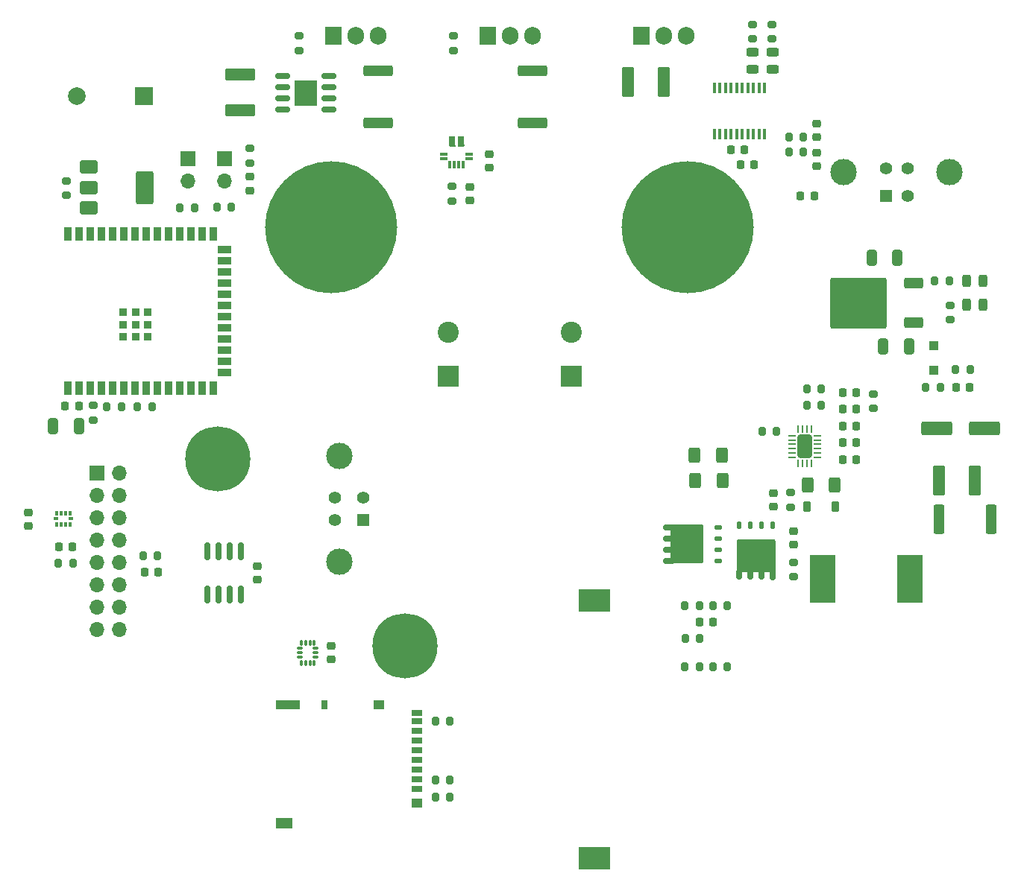
<source format=gbr>
%TF.GenerationSoftware,KiCad,Pcbnew,7.0.2-0*%
%TF.CreationDate,2023-06-29T11:19:38+08:00*%
%TF.ProjectId,H160_board,48313630-5f62-46f6-9172-642e6b696361,rev?*%
%TF.SameCoordinates,Original*%
%TF.FileFunction,Soldermask,Top*%
%TF.FilePolarity,Negative*%
%FSLAX46Y46*%
G04 Gerber Fmt 4.6, Leading zero omitted, Abs format (unit mm)*
G04 Created by KiCad (PCBNEW 7.0.2-0) date 2023-06-29 11:19:38*
%MOMM*%
%LPD*%
G01*
G04 APERTURE LIST*
G04 Aperture macros list*
%AMRoundRect*
0 Rectangle with rounded corners*
0 $1 Rounding radius*
0 $2 $3 $4 $5 $6 $7 $8 $9 X,Y pos of 4 corners*
0 Add a 4 corners polygon primitive as box body*
4,1,4,$2,$3,$4,$5,$6,$7,$8,$9,$2,$3,0*
0 Add four circle primitives for the rounded corners*
1,1,$1+$1,$2,$3*
1,1,$1+$1,$4,$5*
1,1,$1+$1,$6,$7*
1,1,$1+$1,$8,$9*
0 Add four rect primitives between the rounded corners*
20,1,$1+$1,$2,$3,$4,$5,0*
20,1,$1+$1,$4,$5,$6,$7,0*
20,1,$1+$1,$6,$7,$8,$9,0*
20,1,$1+$1,$8,$9,$2,$3,0*%
%AMRotRect*
0 Rectangle, with rotation*
0 The origin of the aperture is its center*
0 $1 length*
0 $2 width*
0 $3 Rotation angle, in degrees counterclockwise*
0 Add horizontal line*
21,1,$1,$2,0,0,$3*%
G04 Aperture macros list end*
%ADD10R,0.900000X1.500000*%
%ADD11R,1.500000X0.900000*%
%ADD12R,0.900000X0.900000*%
%ADD13R,0.400000X1.200000*%
%ADD14RoundRect,0.200000X0.275000X-0.200000X0.275000X0.200000X-0.275000X0.200000X-0.275000X-0.200000X0*%
%ADD15RoundRect,0.200000X-0.275000X0.200000X-0.275000X-0.200000X0.275000X-0.200000X0.275000X0.200000X0*%
%ADD16RoundRect,0.200000X-0.200000X-0.275000X0.200000X-0.275000X0.200000X0.275000X-0.200000X0.275000X0*%
%ADD17RoundRect,0.200000X0.200000X0.275000X-0.200000X0.275000X-0.200000X-0.275000X0.200000X-0.275000X0*%
%ADD18RoundRect,0.250000X-1.425000X0.362500X-1.425000X-0.362500X1.425000X-0.362500X1.425000X0.362500X0*%
%ADD19RoundRect,0.250000X-0.362500X-1.425000X0.362500X-1.425000X0.362500X1.425000X-0.362500X1.425000X0*%
%ADD20R,1.400000X1.400000*%
%ADD21C,1.400000*%
%ADD22C,3.000000*%
%ADD23RoundRect,0.225000X0.225000X0.250000X-0.225000X0.250000X-0.225000X-0.250000X0.225000X-0.250000X0*%
%ADD24RoundRect,0.243750X0.243750X0.456250X-0.243750X0.456250X-0.243750X-0.456250X0.243750X-0.456250X0*%
%ADD25RoundRect,0.243750X0.456250X-0.243750X0.456250X0.243750X-0.456250X0.243750X-0.456250X-0.243750X0*%
%ADD26RoundRect,0.225000X-0.225000X-0.250000X0.225000X-0.250000X0.225000X0.250000X-0.225000X0.250000X0*%
%ADD27RoundRect,0.225000X0.250000X-0.225000X0.250000X0.225000X-0.250000X0.225000X-0.250000X-0.225000X0*%
%ADD28RoundRect,0.225000X-0.250000X0.225000X-0.250000X-0.225000X0.250000X-0.225000X0.250000X0.225000X0*%
%ADD29RoundRect,0.250000X0.325000X0.650000X-0.325000X0.650000X-0.325000X-0.650000X0.325000X-0.650000X0*%
%ADD30RoundRect,0.249999X-1.450001X0.450001X-1.450001X-0.450001X1.450001X-0.450001X1.450001X0.450001X0*%
%ADD31RoundRect,0.249999X0.450001X1.450001X-0.450001X1.450001X-0.450001X-1.450001X0.450001X-1.450001X0*%
%ADD32RoundRect,0.125000X0.300000X-0.125000X0.300000X0.125000X-0.300000X0.125000X-0.300000X-0.125000X0*%
%ADD33RoundRect,0.250000X1.625000X-1.955000X1.625000X1.955000X-1.625000X1.955000X-1.625000X-1.955000X0*%
%ADD34RoundRect,0.150000X0.487500X-0.150000X0.487500X0.150000X-0.487500X0.150000X-0.487500X-0.150000X0*%
%ADD35RoundRect,0.150000X0.450000X-0.150000X0.450000X0.150000X-0.450000X0.150000X-0.450000X-0.150000X0*%
%ADD36RoundRect,0.150000X0.337500X-0.150000X0.337500X0.150000X-0.337500X0.150000X-0.337500X-0.150000X0*%
%ADD37RoundRect,0.125000X0.125000X0.300000X-0.125000X0.300000X-0.125000X-0.300000X0.125000X-0.300000X0*%
%ADD38RoundRect,0.250000X1.955000X1.625000X-1.955000X1.625000X-1.955000X-1.625000X1.955000X-1.625000X0*%
%ADD39RoundRect,0.150000X0.150000X0.487500X-0.150000X0.487500X-0.150000X-0.487500X0.150000X-0.487500X0*%
%ADD40RoundRect,0.150000X0.150000X0.450000X-0.150000X0.450000X-0.150000X-0.450000X0.150000X-0.450000X0*%
%ADD41RoundRect,0.150000X0.150000X0.337500X-0.150000X0.337500X-0.150000X-0.337500X0.150000X-0.337500X0*%
%ADD42R,2.400000X2.400000*%
%ADD43C,2.400000*%
%ADD44RoundRect,0.062500X0.362500X0.062500X-0.362500X0.062500X-0.362500X-0.062500X0.362500X-0.062500X0*%
%ADD45RoundRect,0.062500X0.062500X0.362500X-0.062500X0.362500X-0.062500X-0.362500X0.062500X-0.362500X0*%
%ADD46RoundRect,0.250000X0.575000X1.075000X-0.575000X1.075000X-0.575000X-1.075000X0.575000X-1.075000X0*%
%ADD47C,15.000000*%
%ADD48RoundRect,0.250000X0.850000X0.350000X-0.850000X0.350000X-0.850000X-0.350000X0.850000X-0.350000X0*%
%ADD49RoundRect,0.249997X2.950003X2.650003X-2.950003X2.650003X-2.950003X-2.650003X2.950003X-2.650003X0*%
%ADD50RoundRect,0.250000X-0.750000X-0.500000X0.750000X-0.500000X0.750000X0.500000X-0.750000X0.500000X0*%
%ADD51RoundRect,0.250000X-0.750000X-1.650000X0.750000X-1.650000X0.750000X1.650000X-0.750000X1.650000X0*%
%ADD52R,2.900000X5.400000*%
%ADD53RoundRect,0.250000X-0.400000X-0.625000X0.400000X-0.625000X0.400000X0.625000X-0.400000X0.625000X0*%
%ADD54C,4.100000*%
%ADD55C,7.400000*%
%ADD56RoundRect,0.150000X0.150000X-0.825000X0.150000X0.825000X-0.150000X0.825000X-0.150000X-0.825000X0*%
%ADD57R,1.905000X2.000000*%
%ADD58O,1.905000X2.000000*%
%ADD59RoundRect,0.250000X-0.300000X0.300000X-0.300000X-0.300000X0.300000X-0.300000X0.300000X0.300000X0*%
%ADD60R,0.800000X1.070000*%
%ADD61RotRect,0.282800X0.282800X315.000000*%
%ADD62R,0.600000X0.200000*%
%ADD63R,0.850000X0.300000*%
%ADD64R,0.300000X0.850000*%
%ADD65R,2.000000X2.000000*%
%ADD66C,2.000000*%
%ADD67R,1.700000X1.700000*%
%ADD68O,1.700000X1.700000*%
%ADD69RoundRect,0.150000X0.675000X0.150000X-0.675000X0.150000X-0.675000X-0.150000X0.675000X-0.150000X0*%
%ADD70R,2.650000X3.000000*%
%ADD71RoundRect,0.225000X-0.225000X-0.375000X0.225000X-0.375000X0.225000X0.375000X-0.225000X0.375000X0*%
%ADD72RoundRect,0.250000X1.500000X0.550000X-1.500000X0.550000X-1.500000X-0.550000X1.500000X-0.550000X0*%
%ADD73R,3.600000X2.600000*%
%ADD74R,1.200000X0.700000*%
%ADD75R,0.800000X1.000000*%
%ADD76R,1.200000X1.000000*%
%ADD77R,2.800000X1.000000*%
%ADD78R,1.900000X1.300000*%
%ADD79R,0.300000X0.580000*%
%ADD80R,0.630000X0.350000*%
%ADD81RoundRect,0.087500X0.087500X-0.225000X0.087500X0.225000X-0.087500X0.225000X-0.087500X-0.225000X0*%
%ADD82RoundRect,0.087500X0.225000X-0.087500X0.225000X0.087500X-0.225000X0.087500X-0.225000X-0.087500X0*%
G04 APERTURE END LIST*
D10*
%TO.C,U5*%
X49840000Y-103825000D03*
X51110000Y-103825000D03*
X52380000Y-103825000D03*
X53650000Y-103825000D03*
X54920000Y-103825000D03*
X56190000Y-103825000D03*
X57460000Y-103825000D03*
X58730000Y-103825000D03*
X60000000Y-103825000D03*
X61270000Y-103825000D03*
X62540000Y-103825000D03*
X63810000Y-103825000D03*
X65080000Y-103825000D03*
X66350000Y-103825000D03*
D11*
X67600000Y-102060000D03*
X67600000Y-100790000D03*
X67600000Y-99520000D03*
X67600000Y-98250000D03*
X67600000Y-96980000D03*
X67600000Y-95710000D03*
X67600000Y-94440000D03*
X67600000Y-93170000D03*
X67600000Y-91900000D03*
X67600000Y-90630000D03*
X67600000Y-89360000D03*
X67600000Y-88090000D03*
D10*
X66350000Y-86325000D03*
X65080000Y-86325000D03*
X63810000Y-86325000D03*
X62540000Y-86325000D03*
X61270000Y-86325000D03*
X60000000Y-86325000D03*
X58730000Y-86325000D03*
X57460000Y-86325000D03*
X56190000Y-86325000D03*
X54920000Y-86325000D03*
X53650000Y-86325000D03*
X52380000Y-86325000D03*
X51110000Y-86325000D03*
X49840000Y-86325000D03*
D12*
X56160000Y-97975000D03*
X57560000Y-97975000D03*
X58960000Y-97975000D03*
X56160000Y-96575000D03*
X57560000Y-96575000D03*
X58960000Y-96575000D03*
X56160000Y-95175000D03*
X57560000Y-95175000D03*
X58960000Y-95175000D03*
%TD*%
D13*
%TO.C,U9*%
X128957500Y-69700000D03*
X128322500Y-69700000D03*
X127687500Y-69700000D03*
X127052500Y-69700000D03*
X126417500Y-69700000D03*
X125782500Y-69700000D03*
X125147500Y-69700000D03*
X124512500Y-69700000D03*
X123877500Y-69700000D03*
X123242500Y-69700000D03*
X123242500Y-74900000D03*
X123877500Y-74900000D03*
X124512500Y-74900000D03*
X125147500Y-74900000D03*
X125782500Y-74900000D03*
X126417500Y-74900000D03*
X127052500Y-74900000D03*
X127687500Y-74900000D03*
X128322500Y-74900000D03*
X128957500Y-74900000D03*
%TD*%
D14*
%TO.C,R37*%
X70500000Y-78225000D03*
X70500000Y-76575000D03*
%TD*%
D15*
%TO.C,R36*%
X52700000Y-107425000D03*
X52700000Y-105775000D03*
%TD*%
D16*
%TO.C,R35*%
X148275000Y-91600000D03*
X149925000Y-91600000D03*
%TD*%
D14*
%TO.C,R34*%
X150000000Y-96025000D03*
X150000000Y-94375000D03*
%TD*%
D15*
%TO.C,R33*%
X129800000Y-62475000D03*
X129800000Y-64125000D03*
%TD*%
%TO.C,R32*%
X127600000Y-62475000D03*
X127600000Y-64125000D03*
%TD*%
D17*
%TO.C,R31*%
X50450000Y-123719996D03*
X48800000Y-123719996D03*
%TD*%
D16*
%TO.C,R30*%
X58375000Y-122840000D03*
X60025000Y-122840000D03*
%TD*%
D17*
%TO.C,R29*%
X121575000Y-132300000D03*
X119925000Y-132300000D03*
%TD*%
D15*
%TO.C,R28*%
X93500000Y-80875000D03*
X93500000Y-82525000D03*
%TD*%
D14*
%TO.C,R27*%
X49700000Y-81925000D03*
X49700000Y-80275000D03*
%TD*%
D16*
%TO.C,R26*%
X66775000Y-83250000D03*
X68425000Y-83250000D03*
%TD*%
D17*
%TO.C,R25*%
X55925000Y-105900000D03*
X54275000Y-105900000D03*
%TD*%
D16*
%TO.C,R24*%
X57775000Y-105900000D03*
X59425000Y-105900000D03*
%TD*%
D17*
%TO.C,R23*%
X93235000Y-141655000D03*
X91585000Y-141655000D03*
%TD*%
%TO.C,R22*%
X93235000Y-148355000D03*
X91585000Y-148355000D03*
%TD*%
%TO.C,R21*%
X93235000Y-150255000D03*
X91585000Y-150255000D03*
%TD*%
%TO.C,R20*%
X133350000Y-75300000D03*
X131700000Y-75300000D03*
%TD*%
%TO.C,R19*%
X133350000Y-77000000D03*
X131700000Y-77000000D03*
%TD*%
D16*
%TO.C,R18*%
X62575000Y-83300000D03*
X64225000Y-83300000D03*
%TD*%
D14*
%TO.C,R17*%
X76100000Y-65425000D03*
X76100000Y-63775000D03*
%TD*%
%TO.C,R16*%
X93600000Y-65425000D03*
X93600000Y-63775000D03*
%TD*%
D18*
%TO.C,R15*%
X85100000Y-67737500D03*
X85100000Y-73662500D03*
%TD*%
%TO.C,R14*%
X102600000Y-67737500D03*
X102600000Y-73662500D03*
%TD*%
D15*
%TO.C,R13*%
X141275000Y-104475000D03*
X141275000Y-106125000D03*
%TD*%
D17*
%TO.C,R12*%
X148900000Y-103700000D03*
X147250000Y-103700000D03*
%TD*%
%TO.C,R11*%
X130300000Y-108700000D03*
X128650000Y-108700000D03*
%TD*%
D14*
%TO.C,R10*%
X132275000Y-125250000D03*
X132275000Y-123600000D03*
%TD*%
D16*
%TO.C,R9*%
X133750000Y-103900000D03*
X135400000Y-103900000D03*
%TD*%
D17*
%TO.C,R8*%
X152300000Y-101700000D03*
X150650000Y-101700000D03*
%TD*%
%TO.C,R7*%
X135400000Y-105800000D03*
X133750000Y-105800000D03*
%TD*%
D19*
%TO.C,R6*%
X148712500Y-118700000D03*
X154637500Y-118700000D03*
%TD*%
D16*
%TO.C,R5*%
X123075000Y-135500000D03*
X124725000Y-135500000D03*
%TD*%
D15*
%TO.C,R4*%
X131875000Y-115675000D03*
X131875000Y-117325000D03*
%TD*%
D16*
%TO.C,R3*%
X119900000Y-135500000D03*
X121550000Y-135500000D03*
%TD*%
%TO.C,R2*%
X123075000Y-128500000D03*
X124725000Y-128500000D03*
%TD*%
%TO.C,R1*%
X119900000Y-128500000D03*
X121550000Y-128500000D03*
%TD*%
D20*
%TO.C,J6*%
X142700000Y-82000000D03*
D21*
X145200000Y-82000000D03*
X145200000Y-78800000D03*
X142700000Y-78800000D03*
D22*
X149970000Y-79290000D03*
X137930000Y-79290000D03*
%TD*%
D23*
%TO.C,FB1*%
X134575000Y-82000000D03*
X133025000Y-82000000D03*
%TD*%
D24*
%TO.C,D6*%
X153737500Y-91600000D03*
X151862500Y-91600000D03*
%TD*%
%TO.C,D5*%
X153737500Y-94300000D03*
X151862500Y-94300000D03*
%TD*%
D25*
%TO.C,D4*%
X129900000Y-67537500D03*
X129900000Y-65662500D03*
%TD*%
%TO.C,D3*%
X127600000Y-67537500D03*
X127600000Y-65662500D03*
%TD*%
D26*
%TO.C,C34*%
X125125000Y-76700000D03*
X126675000Y-76700000D03*
%TD*%
%TO.C,C33*%
X126225000Y-78400000D03*
X127775000Y-78400000D03*
%TD*%
D27*
%TO.C,C32*%
X134900000Y-75275000D03*
X134900000Y-73725000D03*
%TD*%
D28*
%TO.C,C31*%
X134900000Y-77025000D03*
X134900000Y-78575000D03*
%TD*%
%TO.C,C30*%
X70500000Y-79800000D03*
X70500000Y-81350000D03*
%TD*%
D23*
%TO.C,C29*%
X50375000Y-121840000D03*
X48825000Y-121840000D03*
%TD*%
D26*
%TO.C,C28*%
X58550000Y-124699992D03*
X60100000Y-124699992D03*
%TD*%
%TO.C,C27*%
X121575000Y-130400000D03*
X123125000Y-130400000D03*
%TD*%
D28*
%TO.C,C26*%
X95459982Y-80939939D03*
X95459982Y-82489939D03*
%TD*%
D27*
%TO.C,C25*%
X71400000Y-125600000D03*
X71400000Y-124050000D03*
%TD*%
%TO.C,C24*%
X45400000Y-119475000D03*
X45400000Y-117925000D03*
%TD*%
%TO.C,C23*%
X79772500Y-134645000D03*
X79772500Y-133095000D03*
%TD*%
D23*
%TO.C,C22*%
X51095000Y-105825000D03*
X49545000Y-105825000D03*
%TD*%
D29*
%TO.C,C21*%
X51095000Y-108125000D03*
X48145000Y-108125000D03*
%TD*%
D30*
%TO.C,C20*%
X69400000Y-68150000D03*
X69400000Y-72250000D03*
%TD*%
D28*
%TO.C,C19*%
X97700000Y-77225000D03*
X97700000Y-78775000D03*
%TD*%
D31*
%TO.C,C18*%
X117550000Y-69000000D03*
X113450000Y-69000000D03*
%TD*%
D29*
%TO.C,C17*%
X144050000Y-89000000D03*
X141100000Y-89000000D03*
%TD*%
%TO.C,C16*%
X145350000Y-99100000D03*
X142400000Y-99100000D03*
%TD*%
D26*
%TO.C,C15*%
X137800000Y-106200000D03*
X139350000Y-106200000D03*
%TD*%
%TO.C,C14*%
X137800000Y-104300000D03*
X139350000Y-104300000D03*
%TD*%
D27*
%TO.C,C13*%
X132275000Y-121600000D03*
X132275000Y-120050000D03*
%TD*%
D26*
%TO.C,C12*%
X137800000Y-108100000D03*
X139350000Y-108100000D03*
%TD*%
D31*
%TO.C,C10*%
X152825000Y-114300000D03*
X148725000Y-114300000D03*
%TD*%
D23*
%TO.C,C9*%
X152250000Y-103700000D03*
X150700000Y-103700000D03*
%TD*%
D26*
%TO.C,C8*%
X137800000Y-110000000D03*
X139350000Y-110000000D03*
%TD*%
%TO.C,C7*%
X137800000Y-111900000D03*
X139350000Y-111900000D03*
%TD*%
D27*
%TO.C,C6*%
X129975000Y-117275000D03*
X129975000Y-115725000D03*
%TD*%
D32*
%TO.C,Q1*%
X123675000Y-123455000D03*
X123675000Y-122185000D03*
X123675000Y-120915000D03*
X123675000Y-119645000D03*
D33*
X120125000Y-121550000D03*
D34*
X118082600Y-123455000D03*
D35*
X118057200Y-119645000D03*
D36*
X117930200Y-122185000D03*
X117930200Y-120915000D03*
%TD*%
D37*
%TO.C,Q2*%
X129880000Y-119350000D03*
X128610000Y-119350000D03*
X127340000Y-119350000D03*
X126070000Y-119350000D03*
D38*
X127975000Y-122900000D03*
D39*
X129880000Y-124942400D03*
D40*
X126070000Y-124967800D03*
D41*
X128610000Y-125094800D03*
X127340000Y-125094800D03*
%TD*%
D42*
%TO.C,C5*%
X93000000Y-102500000D03*
D43*
X93000000Y-97500000D03*
%TD*%
D44*
%TO.C,U1*%
X134975000Y-111700000D03*
X134975000Y-111200000D03*
X134975000Y-110700000D03*
X134975000Y-110200000D03*
X134975000Y-109700000D03*
X134975000Y-109200000D03*
D45*
X134275000Y-108500000D03*
X133775000Y-108500000D03*
X133275000Y-108500000D03*
X132775000Y-108500000D03*
D44*
X132075000Y-109200000D03*
X132075000Y-109700000D03*
X132075000Y-110200000D03*
X132075000Y-110700000D03*
X132075000Y-111200000D03*
X132075000Y-111700000D03*
D45*
X132775000Y-112400000D03*
X133275000Y-112400000D03*
X133775000Y-112400000D03*
X134275000Y-112400000D03*
D46*
X133525000Y-110450000D03*
%TD*%
D47*
%TO.C,H2*%
X120250000Y-85500000D03*
%TD*%
D48*
%TO.C,U2*%
X145875000Y-96400000D03*
D49*
X139575000Y-94120000D03*
D48*
X145875000Y-91840000D03*
%TD*%
D50*
%TO.C,Q5*%
X52250000Y-78700000D03*
X52250000Y-81000000D03*
D51*
X58550000Y-81000000D03*
D50*
X52250000Y-83300000D03*
%TD*%
D52*
%TO.C,L1*%
X135550000Y-125500000D03*
X145450000Y-125500000D03*
%TD*%
D42*
%TO.C,C4*%
X107000000Y-102500000D03*
D43*
X107000000Y-97500000D03*
%TD*%
D53*
%TO.C,C2*%
X121075000Y-114300000D03*
X124175000Y-114300000D03*
%TD*%
D54*
%TO.C,H1*%
X88131000Y-133092000D03*
D55*
X88131000Y-133092000D03*
%TD*%
D56*
%TO.C,U8*%
X65695000Y-127300000D03*
X66965000Y-127300000D03*
X68235000Y-127300000D03*
X69505000Y-127300000D03*
X69505000Y-122350000D03*
X68235000Y-122350000D03*
X66965000Y-122350000D03*
X65695000Y-122350000D03*
%TD*%
D57*
%TO.C,Q3*%
X97500000Y-63800000D03*
D58*
X100040000Y-63800000D03*
X102580000Y-63800000D03*
%TD*%
D54*
%TO.C,H4*%
X66907000Y-111879000D03*
D55*
X66907000Y-111879000D03*
%TD*%
D59*
%TO.C,D2*%
X148175000Y-99000000D03*
X148175000Y-101800000D03*
%TD*%
D60*
%TO.C,U3*%
X94500000Y-75680000D03*
D61*
X94700000Y-76215000D03*
D62*
X94400000Y-76315000D03*
D60*
X93500000Y-75680000D03*
D61*
X93300000Y-76215000D03*
D62*
X93600000Y-76315000D03*
D63*
X92550000Y-77230000D03*
X92550000Y-77730000D03*
D64*
X93250000Y-78430000D03*
X93750000Y-78430000D03*
X94250000Y-78430000D03*
X94750000Y-78430000D03*
D63*
X95450000Y-77730000D03*
X95450000Y-77230000D03*
%TD*%
D53*
%TO.C,C1*%
X120975000Y-111400000D03*
X124075000Y-111400000D03*
%TD*%
D57*
%TO.C,Q4*%
X80000000Y-63800000D03*
D58*
X82540000Y-63800000D03*
X85080000Y-63800000D03*
%TD*%
D65*
%TO.C,BZ1*%
X58500000Y-70600000D03*
D66*
X50900000Y-70600000D03*
%TD*%
D67*
%TO.C,J5*%
X67600000Y-77775000D03*
D68*
X67600000Y-80315000D03*
%TD*%
D69*
%TO.C,U4*%
X79525000Y-72155000D03*
X79525000Y-70885000D03*
X79525000Y-69615000D03*
X79525000Y-68345000D03*
X74275000Y-68345000D03*
X74275000Y-69615000D03*
X74275000Y-70885000D03*
X74275000Y-72155000D03*
D70*
X76900000Y-70250000D03*
%TD*%
D67*
%TO.C,J4*%
X53160000Y-113480000D03*
D68*
X55700000Y-113480000D03*
X53160000Y-116020000D03*
X55700000Y-116020000D03*
X53160000Y-118560000D03*
X55700000Y-118560000D03*
X53160000Y-121100000D03*
X55700000Y-121100000D03*
X53160000Y-123640000D03*
X55700000Y-123640000D03*
X53160000Y-126180000D03*
X55700000Y-126180000D03*
X53160000Y-128720000D03*
X55700000Y-128720000D03*
X53160000Y-131260000D03*
X55700000Y-131260000D03*
%TD*%
D20*
%TO.C,J1*%
X83400000Y-118800000D03*
D21*
X83400000Y-116300000D03*
X80200000Y-116300000D03*
X80200000Y-118800000D03*
D22*
X80690000Y-111530000D03*
X80690000Y-123570000D03*
%TD*%
D67*
%TO.C,J2*%
X63500000Y-77725000D03*
D68*
X63500000Y-80265000D03*
%TD*%
D71*
%TO.C,D1*%
X133725000Y-117300000D03*
X137025000Y-117300000D03*
%TD*%
D72*
%TO.C,C11*%
X153875000Y-108400000D03*
X148475000Y-108400000D03*
%TD*%
D53*
%TO.C,C3*%
X133825000Y-114800000D03*
X136925000Y-114800000D03*
%TD*%
D73*
%TO.C,BT1*%
X109600000Y-127950000D03*
X109600000Y-157250000D03*
%TD*%
D74*
%TO.C,J3*%
X89500000Y-149400000D03*
X89500000Y-148300000D03*
X89500000Y-147200000D03*
X89500000Y-146100000D03*
X89500000Y-145000000D03*
X89500000Y-143900000D03*
X89500000Y-142800000D03*
X89500000Y-141700000D03*
X89500000Y-140750000D03*
D75*
X79000000Y-139800000D03*
D76*
X85200000Y-139800000D03*
D77*
X74850000Y-139800000D03*
D76*
X89500000Y-150950000D03*
D78*
X74400000Y-153300000D03*
%TD*%
D47*
%TO.C,H3*%
X79750000Y-85500000D03*
%TD*%
D79*
%TO.C,U7*%
X48600000Y-118020000D03*
X49100000Y-118020000D03*
X49600000Y-118020000D03*
X50100000Y-118020000D03*
D80*
X50225000Y-118645000D03*
D79*
X50100000Y-119300000D03*
X49600000Y-119300000D03*
X49100000Y-119300000D03*
X48600000Y-119300000D03*
D80*
X48500000Y-118645000D03*
%TD*%
D57*
%TO.C,Q6*%
X115000000Y-63800000D03*
D58*
X117540000Y-63800000D03*
X120080000Y-63800000D03*
%TD*%
D81*
%TO.C,U6*%
X76337500Y-135062500D03*
X76837500Y-135062500D03*
X77337500Y-135062500D03*
X77837500Y-135062500D03*
D82*
X78000000Y-134400000D03*
X78000000Y-133900000D03*
X78000000Y-133400000D03*
D81*
X77837500Y-132737500D03*
X77337500Y-132737500D03*
X76837500Y-132737500D03*
X76337500Y-132737500D03*
D82*
X76175000Y-133400000D03*
X76175000Y-133900000D03*
X76175000Y-134400000D03*
%TD*%
M02*

</source>
